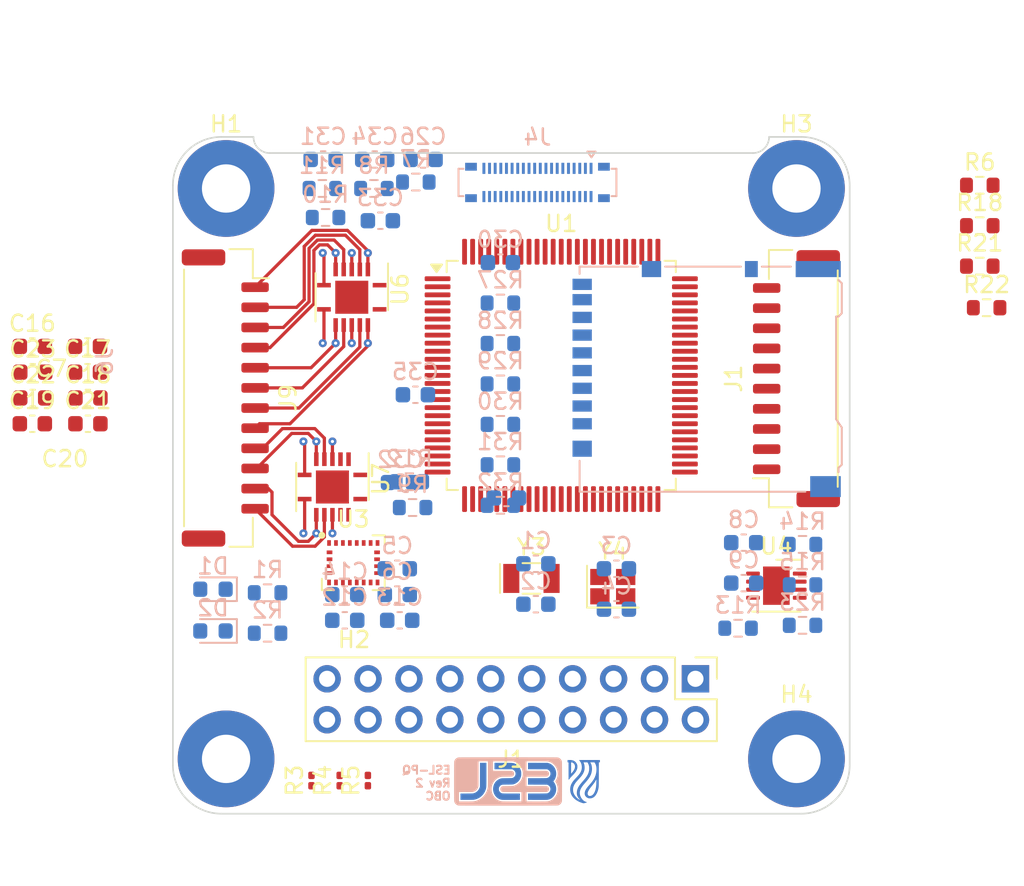
<source format=kicad_pcb>
(kicad_pcb (version 20240108) (generator "pcbnew") (generator_version "8.0")
  (title_block (title "Development of an ADCS for a PocketQube") (date "2023-09-06") (comment 2 "PCB Design") (comment 3 "22619291") (comment 4 "DP Theron"))
  (layers (0 "F.Cu" signal) (1 "In1.Cu" mixed) (2 "In2.Cu" mixed) (31 "B.Cu" signal) (34 "B.Paste" user) (35 "F.Paste" user) (36 "B.SilkS" user "B.Silkscreen") (37 "F.SilkS" user "F.Silkscreen") (38 "B.Mask" user) (39 "F.Mask" user) (44 "Edge.Cuts" user))
  (net 0 "")
  (net 1 "OPA1")
  (net 2 "1-")
  (net 3 "2-")
  (net 4 "OPA2")
  (net 5 "3-")
  (net 6 "OPA3")
  (net 7 "OPA4")
  (net 8 "4-")
  (net 9 "OPA5")
  (net 10 "5-")
  (net 11 "OPA6")
  (net 12 "6-")
  (net 13 "OSC_IN")
  (net 14 "OSC_OUT")
  (net 15 "OSC32_IN")
  (net 16 "OSC32_OUT")
  (net 17 "NRST")
  (net 18 "SPI NSS")
  (net 19 "SPI MOSI")
  (net 20 "SPI SCK")
  (net 21 "SPI MISO")
  (net 22 "1+")
  (net 23 "2+")
  (net 24 "3+")
  (net 25 "4+")
  (net 26 "5+")
  (net 27 "6+")
  (net 28 "SCL")
  (net 29 "SDA")
  (net 35 "USART RX")
  (net 36 "USART TX")
  (net 37 "DCap")
  (net 46 "SWCLK")
  (net 47 "SWDIO")
  (net 69 "SAOG")
  (net 70 "SAOM")
  (net 73 "CSAG")
  (net 74 "CSM")
  (net 75 "GND")
  (net 76 "Net-(U3-CAP)")
  (net 77 "Net-(U3-C1)")
  (net 78 "Net-(U4-VCC)")
  (net 80 "Net-(D1-A)")
  (net 81 "Net-(D2-A)")
  (net 82 "Net-(H1-Pad1)")
  (net 83 "Net-(H2-Pad1)")
  (net 84 "Net-(H3-Pad1)")
  (net 85 "Net-(H4-Pad1)")
  (net 86 "Net-(J6-DAT1)")
  (net 87 "Net-(J6-DAT2)")
  (net 88 "DB-I2C-SCL")
  (net 89 "3V3")
  (net 90 "DB-I2C-SDA")
  (net 91 "DB-SPI-CS")
  (net 92 "DB-UART-RX")
  (net 93 "DB-CAN-DAT")
  (net 94 "DB-SPI-MOSI")
  (net 95 "Unreg Bat")
  (net 96 "DB-SPI-CLK")
  (net 97 "DB-USART-TX")
  (net 98 "PPS")
  (net 99 "DB-SPI-MISO")
  (net 100 "DB-DAC")
  (net 101 "5V")
  (net 102 "DB-CAN-CLK")
  (net 103 "DB-ADC")
  (net 104 "PWR")
  (net 105 "TX")
  (net 106 "RS-EN")
  (net 107 "RS-A")
  (net 108 "RS-B")
  (net 169 "S1_3V3")
  (net 170 "S2_3V3")
  (footprint "Resistor_SMD:R_0603_1608Metric" (layer "F.Cu") (at 278.575 30.82)
    (property "Reference" "R21")
    (property "Value" "0")
  )
  (footprint "Skripsie:Crystal_SMD_EuroQuartz_X22-4Pin_2.5x2.0mm" (layer "F.Cu") (at 255.8 50.71)
    (property "Reference" "Y4")
    (property "Value" "80 MHz")
  )
  (footprint "Resistor_SMD:R_0603_1608Metric" (layer "F.Cu") (at 278.575 28.31)
    (property "Reference" "R18")
    (property "Value" "0")
  )
  (footprint "MountingHole:MountingHole_3mm_Pad" (layer "F.Cu") (at 267.2 61.4)
    (property "Reference" "H4")
    (property "Value" "MountingHole_Pad")
  )
  (footprint "Skripsie:LGA-24L_3x3.5mm_P0.43mm" (layer "F.Cu") (at 239.695 49.225)
    (property "Reference" "U3")
    (property "Value" "LSM9DS1TR")
  )
  (footprint "Resistor_SMD:R_0603_1608Metric" (layer "F.Cu") (at 278.575 25.8)
    (property "Reference" "R6")
    (property "Value" "0")
  )
  (footprint "MountingHole:MountingHole_3mm_Pad" (layer "F.Cu") (at 267.2 26)
    (property "Reference" "H3")
    (property "Value" "MountingHole_Pad")
  )
  (footprint "ESL_PQ:ESL_PQ_Main_Header" (layer "F.Cu") (at 249.5 56.43)
    (property "Reference" "J1")
    (property "Value" "ESL_PQ_MainHeader")
  )
  (footprint "Skripsie:Crystal_SMD_EuroQuartz_EQ161-2Pin_3.2x1.5mm" (layer "F.Cu") (at 250.75 50.2)
    (property "Reference" "Y3")
    (property "Value" "32.768 kHz")
  )
  (footprint "Package_QFP:LQFP-100_14x14mm_P0.5mm" (layer "F.Cu") (at 252.6 37.6)
    (property "Reference" "U1")
    (property "Value" "STM32L496VGTxP")
  )
  (footprint "Skripsie:R_0201_0603Metric" (layer "F.Cu") (at 238.85 62.745 90)
    (property "Reference" "R4")
    (property "Value" "0")
  )
  (footprint "Capacitor_SMD:C_0603_1608Metric" (layer "F.Cu") (at 219.775 35.8)
    (property "Reference" "C16")
    (property "Value" "10u")
  )
  (footprint "MountingHole:MountingHole_3mm_Pad" (layer "F.Cu") (at 231.8 61.4)
    (property "Reference" "H2")
    (property "Value" "MountingHole_Pad")
  )
  (footprint "Capacitor_SMD:C_0603_1608Metric" (layer "F.Cu") (at 219.8 39)
    (property "Reference" "C22")
    (property "Value" "100n")
  )
  (footprint "Capacitor_SMD:C_0603_1608Metric" (layer "F.Cu") (at 223.225 39)
    (property "Reference" "C18")
    (property "Value" "100n")
  )
  (footprint "Skripsie:R_0201_0603Metric" (layer "F.Cu") (at 237.1 62.745 90)
    (property "Reference" "R3")
    (property "Value" "0")
  )
  (footprint "Connector_JST:JST_GH_SM10B-GHS-TB_1x10-1MP_P1.25mm_Horizontal" (layer "F.Cu") (at 267.2 37.8 90)
    (property "Reference" "J1")
    (property "Value" "Conn_01x10")
  )
  (footprint "Skripsie:DFN-8-1EP_3x3mm_P0.5mm_EP1.65x2.38mm" (layer "F.Cu") (at 265.95 50.65)
    (property "Reference" "U4")
    (property "Value" "LTC2850HDD#PBF")
  )
  (footprint "Capacitor_SMD:C_0603_1608Metric" (layer "F.Cu") (at 223.2 35.8)
    (property "Reference" "C7")
    (property "Value" "100n")
  )
  (footprint "Capacitor_SMD:C_0603_1608Metric" (layer "F.Cu") (at 223.225 40.6)
    (property "Reference" "C21")
    (property "Value" "100n")
  )
  (footprint "Connector_JST:JST_GH_SM12B-GHS-TB_1x12-1MP_P1.25mm_Horizontal" (layer "F.Cu") (at 231.75 39 -90)
    (property "Reference" "J9")
    (property "Value" "Conn_01x12_MountingPin")
  )
  (footprint "Capacitor_SMD:C_0603_1608Metric" (layer "F.Cu") (at 219.8 37.4)
    (property "Reference" "C23")
    (property "Value" "100n")
  )
  (footprint "Skripsie:R_0201_0603Metric" (layer "F.Cu") (at 240.6 62.745 90)
    (property "Reference" "R5")
    (property "Value" "0")
  )
  (footprint "MountingHole:MountingHole_3mm_Pad" (layer "F.Cu") (at 231.8 26)
    (property "Reference" "H1")
    (property "Value" "MountingHole_Pad")
  )
  (footprint "Resistor_SMD:R_0603_1608Metric" (layer "F.Cu") (at 279 33.4)
    (property "Reference" "R22")
    (property "Value" "0")
  )
  (footprint "Skripsie:Texas_S-PVQFN-N14" (layer "F.Cu") (at 238.4 44.525 -90)
    (property "Reference" "U7")
    (property "Value" "OPA4330")
  )
  (footprint "Capacitor_SMD:C_0603_1608Metric" (layer "F.Cu") (at 223.2 37.4)
    (property "Reference" "C17")
    (property "Value" "100n")
  )
  (footprint "Capacitor_SMD:C_0603_1608Metric" (layer "F.Cu") (at 219.775 40.6)
    (property "Reference" "C19")
    (property "Value" "100n")
  )
  (footprint "Skripsie:Texas_S-PVQFN-N14" (layer "F.Cu") (at 239.6 32.75 -90)
    (property "Reference" "U6")
    (property "Value" "OPA4330")
  )
  (footprint "Capacitor_SMD:C_0603_1608Metric" (layer "B.Cu") (at 263.925 47.98 180)
    (property "Reference" "C8")
    (property "Value" "100n")
  )
  (footprint "Resistor_SMD:R_0603_1608Metric" (layer "B.Cu") (at 234.375 51.09 180)
    (property "Reference" "R1")
    (property "Value" "165")
  )
  (footprint "Capacitor_SMD:C_0603_1608Metric" (layer "B.Cu") (at 239.165 51.2 180)
    (property "Reference" "C14")
    (property "Value" "10u")
  )
  (footprint "Resistor_SMD:R_0603_1608Metric" (layer "B.Cu") (at 248.825 40.64 180)
    (property "Reference" "R30")
    (property "Value" "4k7")
  )
  (footprint "LOGO" (layer "B.Cu") (at 249.3 62.8 180)
    (property "Reference" "G***" (hide yes))
    (property "Value" "LOGO" (hide yes))
  )
  (footprint "Resistor_SMD:R_0603_1608Metric" (layer "B.Cu") (at 237.975 27.8 180)
    (property "Reference" "R10")
    (property "Value" "470")
  )
  (footprint "Capacitor_SMD:C_0603_1608Metric" (layer "B.Cu") (at 243.55 38.8 180)
    (property "Reference" "C35")
    (property "Value" "220p")
  )
  (footprint "Capacitor_SMD:C_0603_1608Metric" (layer "B.Cu") (at 256.025 49.6 180)
    (property "Reference" "C3")
    (property "Value" "12p")
  )
  (footprint "Resistor_SMD:R_0603_1608Metric" (layer "B.Cu") (at 243.175 44.2 180)
    (property "Reference" "R12")
    (property "Value" "470")
  )
  (footprint "Capacitor_SMD:C_0603_1608Metric" (layer "B.Cu") (at 244.025 24.2 180)
    (property "Reference" "C26")
    (property "Value" "220p")
  )
  (footprint "Capacitor_SMD:C_0603_1608Metric" (layer "B.Cu") (at 242.575 52.8 180)
    (property "Reference" "C13")
    (property "Value" "100n")
  )
  (footprint "Resistor_SMD:R_0603_1608Metric" (layer "B.Cu") (at 240.975 26 180)
    (property "Reference" "R8")
    (property "Value" "470")
  )
  (footprint "Resistor_SMD:R_0603_1608Metric" (layer "B.Cu") (at 248.825 33.11 180)
    (property "Reference" "R27")
    (property "Value" "4k7")
  )
  (footprint "Resistor_SMD:R_0603_1608Metric" (layer "B.Cu") (at 243.375 45.8 180)
    (property "Reference" "R9")
    (property "Value" "470")
  )
  (footprint "Capacitor_SMD:C_0603_1608Metric" (layer "B.Cu") (at 263.925 50.49 180)
    (property "Reference" "C9")
    (property "Value" "10u")
  )
  (footprint "Resistor_SMD:R_0603_1608Metric" (layer "B.Cu") (at 234.375 53.6 180)
    (property "Reference" "R2")
    (property "Value" "165")
  )
  (footprint "Resistor_SMD:R_0603_1608Metric" (layer "B.Cu") (at 243.575 25.6 180)
    (property "Reference" "R7")
    (property "Value" "470")
  )
  (footprint "Resistor_SMD:R_0603_1608Metric" (layer "B.Cu") (at 248.825 35.62 180)
    (property "Reference" "R28")
    (property "Value" "4k7")
  )
  (footprint "Capacitor_SMD:C_0603_1608Metric" (layer "B.Cu") (at 249.2 45.205 180)
    (property "Reference" "C20")
    (property "Value" "100n")
  )
  (footprint "Resistor_SMD:R_0603_1608Metric" (layer "B.Cu") (at 248.825 38.13 180)
    (property "Reference" "R29")
    (property "Value" "4k7")
  )
  (footprint "Capacitor_SMD:C_0603_1608Metric" (layer "B.Cu") (at 242.425 49.6 180)
    (property "Reference" "C5")
    (property "Value" "10n")
  )
  (footprint "Capacitor_SMD:C_0603_1608Metric" (layer "B.Cu") (at 248.825 30.6 180)
    (property "Reference" "C30")
    (property "Value" "10u")
  )
  (footprint "Skripsie:microSD_HC_Hirose_DM3AT-SF-PEJM5" (layer "B.Cu") (at 261.625 37.825 -90)
    (property "Reference" "J6")
    (property "Value" "Micro_SD_Card")
  )
  (footprint "Capacitor_SMD:C_0603_1608Metric" (layer "B.Cu") (at 241.375 28 180)
    (property "Reference" "C33")
    (property "Value" "220p")
  )
  (footprint "Capacitor_SMD:C_0603_1608Metric" (layer "B.Cu") (at 251.025 51.8 180)
    (property "Reference" "C2")
    (property "Value" "8p")
  )
  (footprint "Capacitor_SMD:C_0603_1608Metric" (layer "B.Cu") (at 241.025 24.2 180)
    (property "Reference" "C34")
    (property "Value" "220p")
  )
  (footprint "LED_SMD:LED_0603_1608Metric" (layer "B.Cu") (at 230.985 50.87 180)
    (property "Reference" "D1")
    (property "Value" "LED")
  )
  (footprint "Capacitor_SMD:C_0603_1608Metric" (layer "B.Cu") (at 237.825 24.2 180)
    (property "Reference" "C31")
    (property "Value" "220p")
  )
  (footprint "Capacitor_SMD:C_0603_1608Metric" (layer "B.Cu") (at 239.165 52.8 180)
    (property "Reference" "C12")
    (property "Value" "100n")
  )
  (footprint "Resistor_SMD:R_0603_1608Metric" (layer "B.Cu") (at 248.825 43.15 180)
    (property "Reference" "R31")
    (property "Value" "4k7")
  )
  (footprint "Resistor_SMD:R_0603_1608Metric" (layer "B.Cu") (at 248.825 45.66 180)
    (property "Reference" "R32")
    (property "Value" "4k7")
  )
  (footprint "LOGO" (layer "B.Cu") (at 249.3 62.8 180)
    (property "Reference" "G***" (hide yes))
    (property "Value" "LOGO" (hide yes))
  )
  (footprint "Capacitor_SMD:C_0603_1608Metric" (layer "B.Cu") (at 242.425 51.2 180)
    (property "Reference" "C6")
    (property "Value" "100n")
  )
  (footprint "Connector_Hirose:Hirose_BM24_BM24-40DP-2-0.35V_2x20_P0.35mm_PowerPin2_Vertical" (layer "B.Cu") (at 251.125 25.625 180)
    (property "Reference" "J4")
    (property "Value" "Conn_02x10_Counter_Clockwise")
  )
  (footprint "LED_SMD:LED_0603_1608Metric" (layer "B.Cu") (at 230.985 53.46 180)
    (property "Reference" "D2")
    (property "Value" "LED")
  )
  (footprint "Resistor_SMD:R_0603_1608Metric" (layer "B.Cu") (at 267.575 50.6 180)
    (property "Reference" "R15")
    (property "Value" "4k7")
  )
  (footprint "Resistor_SMD:R_0603_1608Metric" (layer "B.Cu") (at 237.775 26 180)
    (property "Reference" "R11")
    (property "Value" "470")
  )
  (footprint "Resistor_SMD:R_0603_1608Metric" (layer "B.Cu") (at 263.575 53.29 180)
    (property "Reference" "R13")
    (property "Value" "4k7")
  )
  (footprint "Capacitor_SMD:C_0603_1608Metric" (layer "B.Cu") (at 242.625 44.25 180)
    (property "Reference" "C32")
    (property "Value" "220p")
  )
  (footprint "Capacitor_SMD:C_0603_1608Metric" (layer "B.Cu") (at 251.025 49.29 180)
    (property "Reference" "C1")
    (property "Value" "8p")
  )
  (footprint "LOGO" (layer "B.Cu") (at 254 62.8 180)
    (property "Reference" "G***" (hide yes))
    (property "Value" "LOGO" (hide yes))
  )
  (footprint "Resistor_SMD:R_0603_1608Metric" (layer "B.Cu") (at 267.575 48.09 180)
    (property "Reference" "R14")
    (property "Value" "4k7")
  )
  (footprint "Capacitor_SMD:C_0603_1608Metric" (layer "B.Cu") (at 256.025 52.11 180)
    (property "Reference" "C4")
    (property "Value" "12p")
  )
  (footprint "Resistor_SMD:R_0603_1608Metric" (layer "B.Cu") (at 267.575 53.11 180)
    (property "Reference" "R23")
    (property "Value" "120k")
  )
  (gr_arc (start 267.5 22.8) (mid 269.62132 23.67868) (end 270.5 25.8) (stroke (width 0.1)) (layer "Edge.Cuts"))
  (gr_arc (start 231.5 64.8) (mid 229.37868 63.92132) (end 228.5 61.8) (stroke (width 0.1)) (layer "Edge.Cuts"))
  (gr_line (start 231.5 22.8) (end 233.5 22.8) (stroke (width 0.1)) (layer "Edge.Cuts"))
  (gr_arc (start 228.5 25.8) (mid 229.37868 23.67868) (end 231.5 22.8) (stroke (width 0.1)) (layer "Edge.Cuts"))
  (gr_line (start 234.5 23.8) (end 264.5 23.8) (stroke (width 0.1)) (layer "Edge.Cuts"))
  (gr_line (start 231.5 64.8) (end 267.5 64.8) (stroke (width 0.1)) (layer "Edge.Cuts"))
  (gr_line (start 270.5 61.8) (end 270.5 25.8) (stroke (width 0.1)) (layer "Edge.Cuts"))
  (gr_arc (start 265.5 22.8) (mid 265.207107 23.507107) (end 264.5 23.8) (stroke (width 0.1)) (layer "Edge.Cuts"))
  (gr_arc (start 270.5 61.8) (mid 269.62132 63.92132) (end 267.5 64.8) (stroke (width 0.1)) (layer "Edge.Cuts"))
  (gr_line (start 265.5 22.8) (end 267.5 22.8) (stroke (width 0.1)) (layer "Edge.Cuts"))
  (gr_line (start 228.5 25.8) (end 228.5 61.8) (stroke (width 0.1)) (layer "Edge.Cuts"))
  (gr_arc (start 234.5 23.8) (mid 233.792893 23.507107) (end 233.5 22.8) (stroke (width 0.1)) (layer "Edge.Cuts"))
  (gr_text "ESL-PQ\nRev 2\nOBC" (at 245.8 64 0) (layer "B.SilkS") (effects (font (size 0.5 0.5) (thickness 0.125) (bold yes)) (justify left bottom mirror)))
  (segment (start 233.6 32.125) (end 237.125 28.6) (width 0.2) (layer "F.Cu") (net 2))
  (segment (start 240.6 31.025) (end 240.6 30) (width 0.2) (layer "F.Cu") (net 2))
  (segment (start 237.125 28.6) (end 239.331371 28.6) (width 0.2) (layer "F.Cu") (net 2))
  (segment (start 240.6 29.868629) (end 240.6 30) (width 0.2) (layer "F.Cu") (net 2))
  (segment (start 239.331371 28.6) (end 240.6 29.868629) (width 0.2) (layer "F.Cu") (net 2))
  (via (at 240.6 30) (size 0.5) (drill 0.2) (layers "F.Cu" "B.Cu") (net 2))
  (segment (start 238.6 30) (end 238.1 29.5) (width 0.2) (layer "F.Cu") (net 3))
  (segment (start 237.25 29.842893) (end 237.25 33.15) (width 0.2) (layer "F.Cu") (net 3))
  (segment (start 237.592893 29.5) (end 237.25 29.842893) (width 0.2) (layer "F.Cu") (net 3))
  (segment (start 234.525 35.875) (end 233.6 35.875) (width 0.2) (layer "F.Cu") (net 3))
  (segment (start 238.6 31.025) (end 238.6 30) (width 0.2) (layer "F.Cu") (net 3))
  (segment (start 238.1 29.5) (end 237.592893 29.5) (width 0.2) (layer "F.Cu") (net 3))
  (segment (start 237.25 33.15) (end 234.525 35.875) (width 0.2) (layer "F.Cu") (net 3))
  (via (at 238.6 30) (size 0.5) (drill 0.2) (layers "F.Cu" "B.Cu") (net 3))
  (segment (start 237.875 32) (end 237.875 30.075) (width 0.2) (layer "F.Cu") (net 4))
  (segment (start 237.875 30.075) (end 237.8 30) (width 0.2) (layer "F.Cu") (net 4))
  (via (at 237.8 30) (size 0.5) (drill 0.2) (layers "F.Cu" "B.Cu") (net 4))
  (segment (start 238.6 35.6) (end 237.075 37.125) (width 0.2) (layer "F.Cu") (net 5))
  (segment (start 237.075 37.125) (end 233.6 37.125) (width 0.2) (layer "F.Cu") (net 5))
  (segment (start 238.6 34.475) (end 238.6 35.6) (width 0.2) (layer "F.Cu") (net 5))
  (via (at 238.6 35.6) (size 0.5) (drill 0.2) (layers "F.Cu" "B.Cu") (net 5))
  (segment (start 237.875 35.525) (end 237.8 35.6) (width 0.2) (layer "F.Cu") (net 6))
  (segment (start 237.875 33.5) (end 237.875 35.525) (width 0.2) (layer "F.Cu") (net 6))
  (via (at 237.8 35.6) (size 0.5) (drill 0.2) (layers "F.Cu" "B.Cu") (net 6))
  (segment (start 235.767157 40.6) (end 233.875 40.6) (width 0.2) (layer "F.Cu") (net 8))
  (segment (start 240.6 34.475) (end 240.6 35.6) (width 0.2) (layer "F.Cu") (net 8))
  (segment (start 233.875 40.6) (end 233.6 40.875) (width 0.2) (layer "F.Cu") (net 8))
  (segment (start 240.6 35.767157) (end 235.767157 40.6) (width 0.2) (layer "F.Cu") (net 8))
  (segment (start 240.6 35.6) (end 240.6 35.767157) (width 0.2) (layer "F.Cu") (net 8))
  (via (at 240.6 35.6) (size 0.5) (drill 0.2) (layers "F.Cu" "B.Cu") (net 8))
  (segment (start 236.675 45.275) (end 236.675 47.325) (width 0.2) (layer "F.Cu") (net 9))
  (segment (start 236.675 47.325) (end 236.6 47.4) (width 0.2) (layer "F.Cu") (net 9))
  (via (at 236.6 47.4) (size 0.5) (drill 0.2) (layers "F.Cu" "B.Cu") (net 9))
  (segment (start 234.65 46.25) (end 234.65 44.85) (width 0.2) (layer "F.Cu") (net 10))
  (segment (start 237.4 46.25) (end 237.4 47.4) (width 0.2) (layer "F.Cu") (net 10))
  (segment (start 234.65 44.85) (end 234.425 44.625) (width 0.2) (layer "F.Cu") (net 10))
  (segment (start 234.425 44.625) (end 233.6 44.625) (width 0.2) (layer "F.Cu") (net 10))
  (segment (start 236.9 47.9) (end 236.3 47.9) (width 0.2) (layer "F.Cu") (net 10))
  (segment (start 237.4 47.4) (end 236.9 47.9) (width 0.2) (layer "F.Cu") (net 10))
  (segment (start 236.3 47.9) (end 234.65 46.25) (width 0.2) (layer "F.Cu") (net 10))
  (via (at 237.4 47.4) (size 0.5) (drill 0.2) (layers "F.Cu" "B.Cu") (net 10))
  (segment (start 236.675 43.775) (end 236.675 41.775) (width 0.2) (layer "F.Cu") (net 11))
  (segment (start 236.675 41.775) (end 236.6 41.7) (width 0.2) (layer "F.Cu") (net 11))
  (via (at 236.6 41.7) (size 0.5) (drill 0.2) (layers "F.Cu" "B.Cu") (net 11))
  (segment (start 235.87413 41.2) (end 233.69913 43.375) (width 0.2) (layer "F.Cu") (net 12))
  (segment (start 236.9 41.2) (end 235.87413 41.2) (width 0.2) (layer "F.Cu") (net 12))
  (segment (start 237.4 41.7) (end 236.9 41.2) (width 0.2) (layer "F.Cu") (net 12))
  (segment (start 233.69913 43.375) (end 233.6 43.375) (width 0.2) (layer "F.Cu") (net 12))
  (segment (start 237.4 42.8) (end 237.4 41.7) (width 0.2) (layer "F.Cu") (net 12))
  (via (at 237.4 41.7) (size 0.5) (drill 0.2) (layers "F.Cu" "B.Cu") (net 12))
  (segment (start 236.176472 33.375) (end 233.6 33.375) (width 0.2) (layer "F.Cu") (net 22))
  (segment (start 240.1 29.792893) (end 239.207107 28.9) (width 0.2) (layer "F.Cu") (net 22))
  (segment (start 239.207107 28.9) (end 237.344365 28.9) (width 0.2) (layer "F.Cu") (net 22))
  (segment (start 236.65 32.901472) (end 236.176472 33.375) (width 0.2) (layer "F.Cu") (net 22))
  (segment (start 237.344365 28.9) (end 236.65 29.594365) (width 0.2) (layer "F.Cu") (net 22))
  (segment (start 240.1 31.025) (end 240.1 29.792893) (width 0.2) (layer "F.Cu") (net 22))
  (segment (start 236.65 29.594365) (end 236.65 32.901472) (width 0.2) (layer "F.Cu") (net 22))
  (segment (start 238.507107 29.2) (end 237.468629 29.2) (width 0.2) (layer "F.Cu") (net 23))
  (segment (start 239.1 29.792893) (end 238.507107 29.2) (width 0.2) (layer "F.Cu") (net 23))
  (segment (start 237.468629 29.2) (end 236.95 29.718629) (width 0.2) (layer "F.Cu") (net 23))
  (segment (start 235.350736 34.625) (end 233.6 34.625) (width 0.2) (layer "F.Cu") (net 23))
  (segment (start 236.95 29.718629) (end 236.95 33.025736) (width 0.2) (layer "F.Cu") (net 23))
  (segment (start 239.1 31.025) (end 239.1 29.792893) (width 0.2) (layer "F.Cu") (net 23))
  (segment (start 236.95 33.025736) (end 235.350736 34.625) (width 0.2) (layer "F.Cu") (net 23))
  (segment (start 239.1 35.807107) (end 236.532107 38.375) (width 0.2) (layer "F.Cu") (net 24))
  (segment (start 239.1 34.475) (end 239.1 35.807107) (width 0.2) (layer "F.Cu") (net 24))
  (segment (start 236.532107 38.375) (end 233.6 38.375) (width 0.2) (layer "F.Cu") (net 24))
  (segment (start 240.1 34.475) (end 240.1 35.842893) (width 0.2) (layer "F.Cu") (net 25))
  (segment (start 236.317893 39.625) (end 233.6 39.625) (width 0.2) (layer "F.Cu") (net 25))
  (segment (start 240.1 35.842893) (end 236.317893 39.625) (width 0.2) (layer "F.Cu") (net 25))
  (segment (start 237.325 48.2) (end 235.925 48.2) (width 0.2) (layer "F.Cu") (net 26))
  (segment (start 235.925 48.2) (end 233.6 45.875) (width 0.2) (layer "F.Cu") (net 26))
  (segment (start 237.9 46.25) (end 237.9 47.625) (width 0.2) (layer "F.Cu") (net 26))
  (segment (start 237.9 47.625) (end 237.325 48.2) (width 0.2) (layer "F.Cu") (net 26))
  (segment (start 235.3 40.9) (end 234.075 42.125) (width 0.2) (layer "F.Cu") (net 27))
  (segment (start 237.9 42.8) (end 237.9 41.492893) (width 0.2) (layer "F.Cu") (net 27))
  (segment (start 237.307107 40.9) (end 235.3 40.9) (width 0.2) (layer "F.Cu") (net 27))
  (segment (start 234.075 42.125) (end 233.6 42.125) (width 0.2) (layer "F.Cu") (net 27))
  (segment (start 237.9 41.492893) (end 237.307107 40.9) (width 0.2) (layer "F.Cu") (net 27))
  (segment (start 238.4 42.8) (end 238.4 41.7) (width 0.2) (layer "F.Cu") (net 37))
  (segment (start 239.6 31.025) (end 239.6 30) (width 0.2) (layer "F.Cu") (net 37))
  (via (at 239.6 30) (size 0.5) (drill 0.2) (layers "F.Cu" "B.Cu") (net 37))
  (via (at 238.4 41.7) (size 0.5) (drill 0.2) (layers "F.Cu" "B.Cu") (net 37))
  (segment (start 238.4 46.25) (end 238.4 47.4) (width 0.2) (layer "F.Cu") (net 75))
  (segment (start 239.6 34.475) (end 239.6 35.6) (width 0.2) (layer "F.Cu") (net 75))
  (via (at 239.6 35.6) (size 0.5) (drill 0.2) (layers "F.Cu" "B.Cu") (net 75))
  (via (at 238.4 47.4) (size 0.5) (drill 0.2) (layers "F.Cu" "B.Cu") (net 75))
)
</source>
